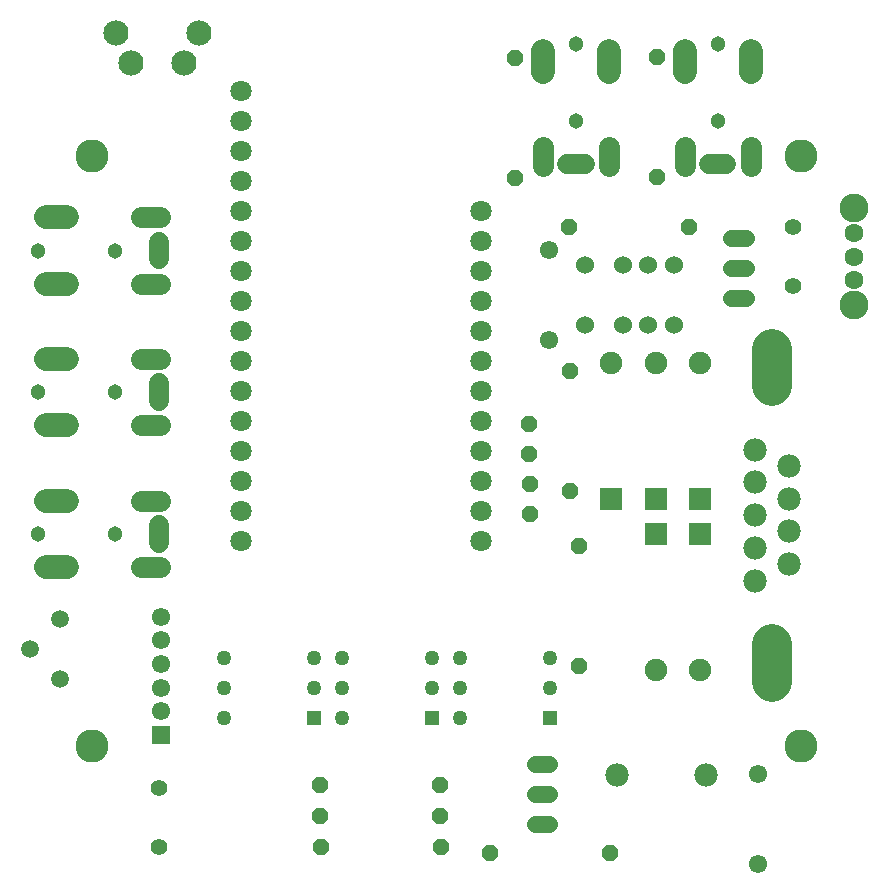
<source format=gts>
G04 EAGLE Gerber RS-274X export*
G75*
%MOMM*%
%FSLAX34Y34*%
%LPD*%
%INSoldermask Top*%
%IPPOS*%
%AMOC8*
5,1,8,0,0,1.08239X$1,22.5*%
G01*
%ADD10C,1.981200*%
%ADD11C,1.553200*%
%ADD12C,1.803200*%
%ADD13P,1.539592X8X202.500000*%
%ADD14C,1.422400*%
%ADD15C,1.603200*%
%ADD16C,2.453200*%
%ADD17C,1.506200*%
%ADD18C,1.523200*%
%ADD19P,1.539592X8X112.500000*%
%ADD20R,1.273200X1.273200*%
%ADD21C,1.273200*%
%ADD22C,1.703200*%
%ADD23C,1.803200*%
%ADD24C,2.003200*%
%ADD25C,1.303200*%
%ADD26P,1.539592X8X22.500000*%
%ADD27P,1.539592X8X292.500000*%
%ADD28R,1.553200X1.553200*%
%ADD29R,1.903200X1.903200*%
%ADD30C,1.903200*%
%ADD31C,2.803200*%
%ADD32C,1.403200*%
%ADD33C,3.403200*%
%ADD34C,2.133600*%


D10*
X590410Y95830D03*
X514410Y95830D03*
D11*
X633950Y20190D03*
X633950Y96390D03*
D12*
X399570Y573800D03*
X399570Y548400D03*
X399570Y523000D03*
X399570Y497600D03*
X399570Y472200D03*
X399570Y446800D03*
X399570Y421400D03*
X399570Y396000D03*
X399570Y370600D03*
X399570Y345200D03*
X399570Y319800D03*
X399570Y294400D03*
X196370Y573800D03*
X196370Y548400D03*
X196370Y523000D03*
X196370Y497600D03*
X196370Y472200D03*
X196370Y446800D03*
X196370Y421400D03*
X196370Y396000D03*
X196370Y370600D03*
X196370Y345200D03*
X196370Y319800D03*
X196370Y294400D03*
X196370Y599200D03*
X196370Y624600D03*
X196370Y650000D03*
X196370Y675400D03*
D13*
X509160Y30140D03*
X407560Y30140D03*
D14*
X445424Y105560D02*
X457616Y105560D01*
X457616Y54760D02*
X445424Y54760D01*
X445424Y80160D02*
X457616Y80160D01*
D15*
X715860Y514930D03*
X715860Y534930D03*
X715860Y554930D03*
D16*
X715860Y493930D03*
X715860Y575930D03*
D17*
X43310Y177660D03*
X17910Y203060D03*
X43310Y228460D03*
D13*
X365450Y35010D03*
X263850Y35010D03*
X365080Y61660D03*
X263480Y61660D03*
X365040Y87430D03*
X263440Y87430D03*
D11*
X457640Y540350D03*
X457640Y464150D03*
D18*
X487490Y476580D03*
X519490Y476580D03*
X541490Y476580D03*
X563490Y476580D03*
X563490Y527380D03*
X541490Y527380D03*
X519490Y527380D03*
X487490Y527380D03*
D19*
X428780Y601620D03*
X428780Y703220D03*
D20*
X458100Y144600D03*
D21*
X458100Y170000D03*
X458100Y195400D03*
X381900Y195400D03*
X381900Y170000D03*
X381900Y144600D03*
D22*
X127000Y532500D02*
X127000Y547500D01*
D23*
X128000Y568000D02*
X112000Y568000D01*
X112000Y512000D02*
X128000Y512000D01*
D24*
X49000Y568000D02*
X31000Y568000D01*
X31000Y512000D02*
X49000Y512000D01*
D25*
X25000Y540000D03*
X90000Y540000D03*
D22*
X592500Y613000D02*
X607500Y613000D01*
D23*
X628000Y612000D02*
X628000Y628000D01*
X572000Y628000D02*
X572000Y612000D01*
D24*
X628000Y691000D02*
X628000Y709000D01*
X572000Y709000D02*
X572000Y691000D01*
D25*
X600000Y715000D03*
X600000Y650000D03*
D22*
X127000Y427500D02*
X127000Y412500D01*
D23*
X128000Y448000D02*
X112000Y448000D01*
X112000Y392000D02*
X128000Y392000D01*
D24*
X49000Y448000D02*
X31000Y448000D01*
X31000Y392000D02*
X49000Y392000D01*
D25*
X25000Y420000D03*
X90000Y420000D03*
D22*
X127000Y307500D02*
X127000Y292500D01*
D23*
X128000Y328000D02*
X112000Y328000D01*
X112000Y272000D02*
X128000Y272000D01*
D24*
X49000Y328000D02*
X31000Y328000D01*
X31000Y272000D02*
X49000Y272000D01*
D25*
X25000Y300000D03*
X90000Y300000D03*
D20*
X358100Y144600D03*
D21*
X358100Y170000D03*
X358100Y195400D03*
X281900Y195400D03*
X281900Y170000D03*
X281900Y144600D03*
D20*
X258100Y144600D03*
D21*
X258100Y170000D03*
X258100Y195400D03*
X181900Y195400D03*
X181900Y170000D03*
X181900Y144600D03*
D14*
X611604Y499600D02*
X623796Y499600D01*
X623796Y550400D02*
X611604Y550400D01*
X611604Y525000D02*
X623796Y525000D01*
D26*
X474200Y560000D03*
X575800Y560000D03*
D27*
X475140Y437620D03*
X475140Y336020D03*
X441350Y342700D03*
X441350Y317300D03*
D22*
X472500Y613000D02*
X487500Y613000D01*
D23*
X508000Y612000D02*
X508000Y628000D01*
X452000Y628000D02*
X452000Y612000D01*
D24*
X508000Y691000D02*
X508000Y709000D01*
X452000Y709000D02*
X452000Y691000D01*
D25*
X480000Y715000D03*
X480000Y650000D03*
D19*
X548490Y602070D03*
X548490Y703670D03*
X482240Y188170D03*
X482240Y289770D03*
X440640Y367340D03*
X440640Y392740D03*
D28*
X128850Y129880D03*
D11*
X128850Y149880D03*
X128850Y169880D03*
X128850Y189880D03*
X128850Y209880D03*
X128850Y229880D03*
D29*
X510000Y330000D03*
D30*
X510000Y444800D03*
D29*
X547540Y330000D03*
D30*
X547540Y444800D03*
D29*
X585000Y330000D03*
D30*
X585000Y444800D03*
D29*
X585000Y300000D03*
D30*
X585000Y185200D03*
D29*
X547620Y300000D03*
D30*
X547620Y185200D03*
D31*
X70197Y120197D03*
X670197Y120197D03*
X70197Y620197D03*
X670197Y620197D03*
D32*
X663970Y509830D03*
X663970Y560330D03*
X126800Y85250D03*
X126800Y34750D03*
D10*
X631800Y371400D03*
X631800Y343700D03*
X631800Y316000D03*
X631800Y288300D03*
X631800Y260600D03*
X660200Y357550D03*
X660200Y329850D03*
X660200Y302150D03*
X660200Y274450D03*
D33*
X646000Y207000D02*
X646000Y175000D01*
X646000Y425000D02*
X646000Y457000D01*
D34*
X103100Y698800D03*
X148100Y698800D03*
X90600Y723800D03*
X160600Y723800D03*
M02*

</source>
